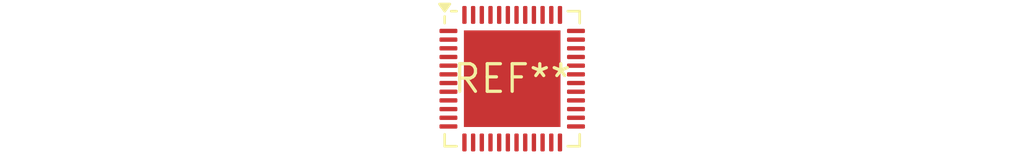
<source format=kicad_pcb>
(kicad_pcb (version 20240108) (generator pcbnew)
  (layers (0 "F.Cu" signal) (31 "B.Cu" signal) (34 "B.Paste" user) (35 "F.Paste" user) (36 "B.SilkS" user "B.Silkscreen") (37 "F.SilkS" user "F.Silkscreen") (38 "B.Mask" user) (39 "F.Mask" user) (44 "Edge.Cuts" user))
  (net 0 "")
  (footprint "UQFN-48-1EP_6x6mm_P0.4mm_EP4.45x4.45mm" (layer "F.Cu") (at 0 0)
    (property "Reference" "REF**")
    (property "Value" "UQFN-48-1EP_6x6mm_P0.4mm_EP4.45x4.45mm")
    (fp_line (start -3.11 -2.56) (end -3.11 -2.87) (layer "F.SilkS") (stroke (width 0.12)))
    (fp_line (start -3.11 3.11) (end -3.11 2.56) (layer "F.SilkS") (stroke (width 0.12)))
    (fp_line (start -2.56 -3.11) (end -2.81 -3.11) (layer "F.SilkS") (stroke (width 0.12)))
    (fp_line (start -2.56 3.11) (end -3.11 3.11) (layer "F.SilkS") (stroke (width 0.12)))
    (fp_line (start 2.56 -3.11) (end 3.11 -3.11) (layer "F.SilkS") (stroke (width 0.12)))
    (fp_line (start 2.56 3.11) (end 3.11 3.11) (layer "F.SilkS") (stroke (width 0.12)))
    (fp_line (start 3.11 -3.11) (end 3.11 -2.56) (layer "F.SilkS") (stroke (width 0.12)))
    (fp_line (start 3.11 3.11) (end 3.11 2.56) (layer "F.SilkS") (stroke (width 0.12)))
    (fp_poly (pts (xy -3.11 -3.11) (xy -3.35 -3.44) (xy -2.87 -3.44) (xy -3.11 -3.11)) (layer "F.SilkS") (stroke (width 0.12)) (fill solid))
    (pad "1" smd roundrect (at -2.9375 -2.2) (size 0.825 0.2) (layers "F.Cu" "F.Paste" "F.Mask"))
    (pad "2" smd roundrect (at -2.9375 -1.8) (size 0.825 0.2) (layers "F.Cu" "F.Paste" "F.Mask"))
    (pad "3" smd roundrect (at -2.9375 -1.4) (size 0.825 0.2) (layers "F.Cu" "F.Paste" "F.Mask"))
    (pad "4" smd roundrect (at -2.9375 -1) (size 0.825 0.2) (layers "F.Cu" "F.Paste" "F.Mask"))
    (pad "5" smd roundrect (at -2.9375 -0.6) (size 0.825 0.2) (layers "F.Cu" "F.Paste" "F.Mask"))
    (pad "6" smd roundrect (at -2.9375 -0.2) (size 0.825 0.2) (layers "F.Cu" "F.Paste" "F.Mask"))
    (pad "7" smd roundrect (at -2.9375 0.2) (size 0.825 0.2) (layers "F.Cu" "F.Paste" "F.Mask"))
    (pad "8" smd roundrect (at -2.9375 0.6) (size 0.825 0.2) (layers "F.Cu" "F.Paste" "F.Mask"))
    (pad "9" smd roundrect (at -2.9375 1) (size 0.825 0.2) (layers "F.Cu" "F.Paste" "F.Mask"))
    (pad "10" smd roundrect (at -2.9375 1.4) (size 0.825 0.2) (layers "F.Cu" "F.Paste" "F.Mask"))
    (pad "11" smd roundrect (at -2.9375 1.8) (size 0.825 0.2) (layers "F.Cu" "F.Paste" "F.Mask"))
    (pad "12" smd roundrect (at -2.9375 2.2) (size 0.825 0.2) (layers "F.Cu" "F.Paste" "F.Mask"))
    (pad "13" smd roundrect (at -2.2 2.9375) (size 0.2 0.825) (layers "F.Cu" "F.Paste" "F.Mask"))
    (pad "14" smd roundrect (at -1.8 2.9375) (size 0.2 0.825) (layers "F.Cu" "F.Paste" "F.Mask"))
    (pad "15" smd roundrect (at -1.4 2.9375) (size 0.2 0.825) (layers "F.Cu" "F.Paste" "F.Mask"))
    (pad "16" smd roundrect (at -1 2.9375) (size 0.2 0.825) (layers "F.Cu" "F.Paste" "F.Mask"))
    (pad "17" smd roundrect (at -0.6 2.9375) (size 0.2 0.825) (layers "F.Cu" "F.Paste" "F.Mask"))
    (pad "18" smd roundrect (at -0.2 2.9375) (size 0.2 0.825) (layers "F.Cu" "F.Paste" "F.Mask"))
    (pad "19" smd roundrect (at 0.2 2.9375) (size 0.2 0.825) (layers "F.Cu" "F.Paste" "F.Mask"))
    (pad "20" smd roundrect (at 0.6 2.9375) (size 0.2 0.825) (layers "F.Cu" "F.Paste" "F.Mask"))
    (pad "21" smd roundrect (at 1 2.9375) (size 0.2 0.825) (layers "F.Cu" "F.Paste" "F.Mask"))
    (pad "22" smd roundrect (at 1.4 2.9375) (size 0.2 0.825) (layers "F.Cu" "F.Paste" "F.Mask"))
    (pad "23" smd roundrect (at 1.8 2.9375) (size 0.2 0.825) (layers "F.Cu" "F.Paste" "F.Mask"))
    (pad "24" smd roundrect (at 2.2 2.9375) (size 0.2 0.825) (layers "F.Cu" "F.Paste" "F.Mask"))
    (pad "25" smd roundrect (at 2.9375 2.2) (size 0.825 0.2) (layers "F.Cu" "F.Paste" "F.Mask"))
    (pad "26" smd roundrect (at 2.9375 1.8) (size 0.825 0.2) (layers "F.Cu" "F.Paste" "F.Mask"))
    (pad "27" smd roundrect (at 2.9375 1.4) (size 0.825 0.2) (layers "F.Cu" "F.Paste" "F.Mask"))
    (pad "28" smd roundrect (at 2.9375 1) (size 0.825 0.2) (layers "F.Cu" "F.Paste" "F.Mask"))
    (pad "29" smd roundrect (at 2.9375 0.6) (size 0.825 0.2) (layers "F.Cu" "F.Paste" "F.Mask"))
    (pad "30" smd roundrect (at 2.9375 0.2) (size 0.825 0.2) (layers "F.Cu" "F.Paste" "F.Mask"))
    (pad "31" smd roundrect (at 2.9375 -0.2) (size 0.825 0.2) (layers "F.Cu" "F.Paste" "F.Mask"))
    (pad "32" smd roundrect (at 2.9375 -0.6) (size 0.825 0.2) (layers "F.Cu" "F.Paste" "F.Mask"))
    (pad "33" smd roundrect (at 2.9375 -1) (size 0.825 0.2) (layers "F.Cu" "F.Paste" "F.Mask"))
    (pad "34" smd roundrect (at 2.9375 -1.4) (size 0.825 0.2) (layers "F.Cu" "F.Paste" "F.Mask"))
    (pad "35" smd roundrect (at 2.9375 -1.8) (size 0.825 0.2) (layers "F.Cu" "F.Paste" "F.Mask"))
    (pad "36" smd roundrect (at 2.9375 -2.2) (size 0.825 0.2) (layers "F.Cu" "F.Paste" "F.Mask"))
    (pad "37" smd roundrect (at 2.2 -2.9375) (size 0.2 0.825) (layers "F.Cu" "F.Paste" "F.Mask"))
    (pad "38" smd roundrect (at 1.8 -2.9375) (size 0.2 0.825) (layers "F.Cu" "F.Paste" "F.Mask"))
    (pad "39" smd roundrect (at 1.4 -2.9375) (size 0.2 0.825) (layers "F.Cu" "F.Paste" "F.Mask"))
    (pad "40" smd roundrect (at 1 -2.9375) (size 0.2 0.825) (layers "F.Cu" "F.Paste" "F.Mask"))
    (pad "41" smd roundrect (at 0.6 -2.9375) (size 0.2 0.825) (layers "F.Cu" "F.Paste" "F.Mask"))
    (pad "42" smd roundrect (at 0.2 -2.9375) (size 0.2 0.825) (layers "F.Cu" "F.Paste" "F.Mask"))
    (pad "43" smd roundrect (at -0.2 -2.9375) (size 0.2 0.825) (layers "F.Cu" "F.Paste" "F.Mask"))
    (pad "44" smd roundrect (at -0.6 -2.9375) (size 0.2 0.825) (layers "F.Cu" "F.Paste" "F.Mask"))
    (pad "45" smd roundrect (at -1 -2.9375) (size 0.2 0.825) (layers "F.Cu" "F.Paste" "F.Mask"))
    (pad "46" smd roundrect (at -1.4 -2.9375) (size 0.2 0.825) (layers "F.Cu" "F.Paste" "F.Mask"))
    (pad "47" smd roundrect (at -1.8 -2.9375) (size 0.2 0.825) (layers "F.Cu" "F.Paste" "F.Mask"))
    (pad "48" smd roundrect (at -2.2 -2.9375) (size 0.2 0.825) (layers "F.Cu" "F.Paste" "F.Mask"))
    (pad "49" smd rect (at 0 0) (size 4.45 4.45) (property pad_prop_heatsink) (layers "F.Cu" "F.Mask"))
  )
)
</source>
